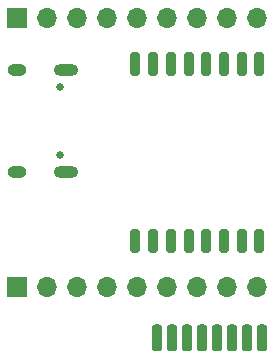
<source format=gbs>
G04 #@! TF.GenerationSoftware,KiCad,Pcbnew,7.0.7*
G04 #@! TF.CreationDate,2024-04-02T17:06:21-04:00*
G04 #@! TF.ProjectId,sensor_node,73656e73-6f72-45f6-9e6f-64652e6b6963,rev?*
G04 #@! TF.SameCoordinates,Original*
G04 #@! TF.FileFunction,Soldermask,Bot*
G04 #@! TF.FilePolarity,Negative*
%FSLAX46Y46*%
G04 Gerber Fmt 4.6, Leading zero omitted, Abs format (unit mm)*
G04 Created by KiCad (PCBNEW 7.0.7) date 2024-04-02 17:06:21*
%MOMM*%
%LPD*%
G01*
G04 APERTURE LIST*
G04 Aperture macros list*
%AMRoundRect*
0 Rectangle with rounded corners*
0 $1 Rounding radius*
0 $2 $3 $4 $5 $6 $7 $8 $9 X,Y pos of 4 corners*
0 Add a 4 corners polygon primitive as box body*
4,1,4,$2,$3,$4,$5,$6,$7,$8,$9,$2,$3,0*
0 Add four circle primitives for the rounded corners*
1,1,$1+$1,$2,$3*
1,1,$1+$1,$4,$5*
1,1,$1+$1,$6,$7*
1,1,$1+$1,$8,$9*
0 Add four rect primitives between the rounded corners*
20,1,$1+$1,$2,$3,$4,$5,0*
20,1,$1+$1,$4,$5,$6,$7,0*
20,1,$1+$1,$6,$7,$8,$9,0*
20,1,$1+$1,$8,$9,$2,$3,0*%
G04 Aperture macros list end*
%ADD10R,1.700000X1.700000*%
%ADD11O,1.700000X1.700000*%
%ADD12C,0.650000*%
%ADD13O,2.100000X1.000000*%
%ADD14O,1.600000X1.000000*%
%ADD15RoundRect,0.200000X-0.200000X0.943000X-0.200000X-0.943000X0.200000X-0.943000X0.200000X0.943000X0*%
%ADD16RoundRect,0.200000X-0.200000X0.800000X-0.200000X-0.800000X0.200000X-0.800000X0.200000X0.800000X0*%
G04 APERTURE END LIST*
D10*
X137958418Y-90031013D03*
D11*
X140498418Y-90031013D03*
X143038418Y-90031013D03*
X145578418Y-90031013D03*
X148118418Y-90031013D03*
X150658418Y-90031013D03*
X153198418Y-90031013D03*
X155738418Y-90031013D03*
X158278418Y-90031013D03*
D10*
X137980000Y-112800000D03*
D11*
X140520000Y-112800000D03*
X143060000Y-112800000D03*
X145600000Y-112800000D03*
X148140000Y-112800000D03*
X150680000Y-112800000D03*
X153220000Y-112800000D03*
X155760000Y-112800000D03*
X158300000Y-112800000D03*
D12*
X141624999Y-95847500D03*
X141624999Y-101627500D03*
D13*
X142154999Y-94417500D03*
D14*
X137974999Y-94417500D03*
D13*
X142154999Y-103057500D03*
D14*
X137974999Y-103057500D03*
D15*
X149820000Y-117100000D03*
X151090000Y-117100000D03*
X152360000Y-117100000D03*
X153630000Y-117100000D03*
X154900000Y-117100000D03*
X156170000Y-117100000D03*
X157440000Y-117100000D03*
X158710000Y-117100000D03*
D16*
X158524999Y-108862500D03*
X157024999Y-108862500D03*
X155524999Y-108862500D03*
X154024999Y-108862500D03*
X152524999Y-108862500D03*
X151024999Y-108862500D03*
X149524999Y-108862500D03*
X148024999Y-108912500D03*
X148024999Y-93912500D03*
X149524999Y-93912500D03*
X151024999Y-93912500D03*
X152524999Y-93912500D03*
X154024999Y-93912500D03*
X155524999Y-93912500D03*
X157024999Y-93912500D03*
X158524999Y-93912500D03*
M02*

</source>
